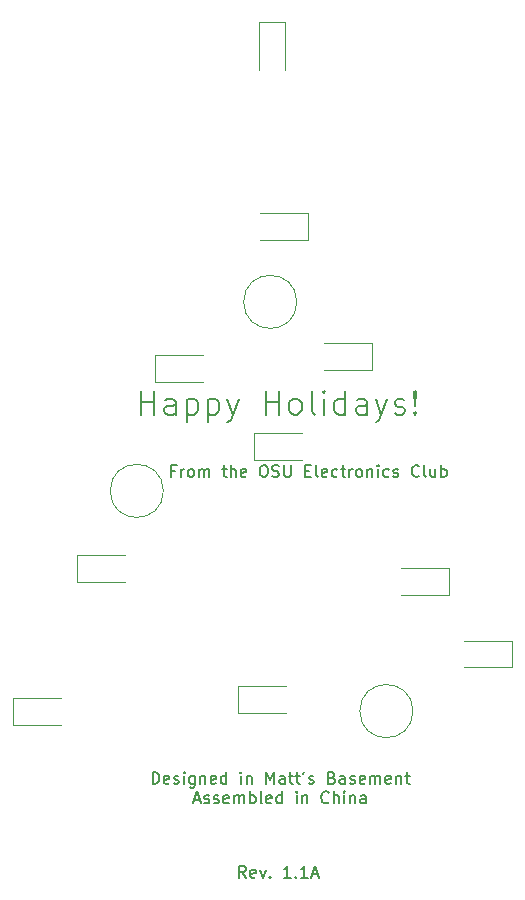
<source format=gbr>
%TF.GenerationSoftware,KiCad,Pcbnew,(5.1.10)-1*%
%TF.CreationDate,2021-11-23T17:51:28-05:00*%
%TF.ProjectId,Electronics Club,456c6563-7472-46f6-9e69-637320436c75,rev?*%
%TF.SameCoordinates,Original*%
%TF.FileFunction,Legend,Top*%
%TF.FilePolarity,Positive*%
%FSLAX46Y46*%
G04 Gerber Fmt 4.6, Leading zero omitted, Abs format (unit mm)*
G04 Created by KiCad (PCBNEW (5.1.10)-1) date 2021-11-23 17:51:28*
%MOMM*%
%LPD*%
G01*
G04 APERTURE LIST*
%ADD10C,0.150000*%
%ADD11C,0.200000*%
%ADD12C,0.120000*%
G04 APERTURE END LIST*
D10*
X179748204Y-128100080D02*
X179414871Y-127623890D01*
X179176776Y-128100080D02*
X179176776Y-127100080D01*
X179557728Y-127100080D01*
X179652966Y-127147700D01*
X179700585Y-127195319D01*
X179748204Y-127290557D01*
X179748204Y-127433414D01*
X179700585Y-127528652D01*
X179652966Y-127576271D01*
X179557728Y-127623890D01*
X179176776Y-127623890D01*
X180557728Y-128052461D02*
X180462490Y-128100080D01*
X180272014Y-128100080D01*
X180176776Y-128052461D01*
X180129157Y-127957223D01*
X180129157Y-127576271D01*
X180176776Y-127481033D01*
X180272014Y-127433414D01*
X180462490Y-127433414D01*
X180557728Y-127481033D01*
X180605347Y-127576271D01*
X180605347Y-127671509D01*
X180129157Y-127766747D01*
X180938680Y-127433414D02*
X181176776Y-128100080D01*
X181414871Y-127433414D01*
X181795823Y-128004842D02*
X181843442Y-128052461D01*
X181795823Y-128100080D01*
X181748204Y-128052461D01*
X181795823Y-128004842D01*
X181795823Y-128100080D01*
X183557728Y-128100080D02*
X182986300Y-128100080D01*
X183272014Y-128100080D02*
X183272014Y-127100080D01*
X183176776Y-127242938D01*
X183081538Y-127338176D01*
X182986300Y-127385795D01*
X183986300Y-128004842D02*
X184033919Y-128052461D01*
X183986300Y-128100080D01*
X183938680Y-128052461D01*
X183986300Y-128004842D01*
X183986300Y-128100080D01*
X184986300Y-128100080D02*
X184414871Y-128100080D01*
X184700585Y-128100080D02*
X184700585Y-127100080D01*
X184605347Y-127242938D01*
X184510109Y-127338176D01*
X184414871Y-127385795D01*
X185367252Y-127814366D02*
X185843442Y-127814366D01*
X185272014Y-128100080D02*
X185605347Y-127100080D01*
X185938680Y-128100080D01*
D11*
X170841852Y-88890361D02*
X170841852Y-86890361D01*
X170841852Y-87842742D02*
X171984709Y-87842742D01*
X171984709Y-88890361D02*
X171984709Y-86890361D01*
X173794233Y-88890361D02*
X173794233Y-87842742D01*
X173698995Y-87652266D01*
X173508519Y-87557028D01*
X173127566Y-87557028D01*
X172937090Y-87652266D01*
X173794233Y-88795123D02*
X173603757Y-88890361D01*
X173127566Y-88890361D01*
X172937090Y-88795123D01*
X172841852Y-88604647D01*
X172841852Y-88414171D01*
X172937090Y-88223695D01*
X173127566Y-88128457D01*
X173603757Y-88128457D01*
X173794233Y-88033219D01*
X174746614Y-87557028D02*
X174746614Y-89557028D01*
X174746614Y-87652266D02*
X174937090Y-87557028D01*
X175318042Y-87557028D01*
X175508519Y-87652266D01*
X175603757Y-87747504D01*
X175698995Y-87937980D01*
X175698995Y-88509409D01*
X175603757Y-88699885D01*
X175508519Y-88795123D01*
X175318042Y-88890361D01*
X174937090Y-88890361D01*
X174746614Y-88795123D01*
X176556138Y-87557028D02*
X176556138Y-89557028D01*
X176556138Y-87652266D02*
X176746614Y-87557028D01*
X177127566Y-87557028D01*
X177318042Y-87652266D01*
X177413280Y-87747504D01*
X177508519Y-87937980D01*
X177508519Y-88509409D01*
X177413280Y-88699885D01*
X177318042Y-88795123D01*
X177127566Y-88890361D01*
X176746614Y-88890361D01*
X176556138Y-88795123D01*
X178175185Y-87557028D02*
X178651376Y-88890361D01*
X179127566Y-87557028D02*
X178651376Y-88890361D01*
X178460900Y-89366552D01*
X178365661Y-89461790D01*
X178175185Y-89557028D01*
X181413280Y-88890361D02*
X181413280Y-86890361D01*
X181413280Y-87842742D02*
X182556138Y-87842742D01*
X182556138Y-88890361D02*
X182556138Y-86890361D01*
X183794233Y-88890361D02*
X183603757Y-88795123D01*
X183508519Y-88699885D01*
X183413280Y-88509409D01*
X183413280Y-87937980D01*
X183508519Y-87747504D01*
X183603757Y-87652266D01*
X183794233Y-87557028D01*
X184079947Y-87557028D01*
X184270423Y-87652266D01*
X184365661Y-87747504D01*
X184460900Y-87937980D01*
X184460900Y-88509409D01*
X184365661Y-88699885D01*
X184270423Y-88795123D01*
X184079947Y-88890361D01*
X183794233Y-88890361D01*
X185603757Y-88890361D02*
X185413280Y-88795123D01*
X185318042Y-88604647D01*
X185318042Y-86890361D01*
X186365661Y-88890361D02*
X186365661Y-87557028D01*
X186365661Y-86890361D02*
X186270423Y-86985600D01*
X186365661Y-87080838D01*
X186460900Y-86985600D01*
X186365661Y-86890361D01*
X186365661Y-87080838D01*
X188175185Y-88890361D02*
X188175185Y-86890361D01*
X188175185Y-88795123D02*
X187984709Y-88890361D01*
X187603757Y-88890361D01*
X187413280Y-88795123D01*
X187318042Y-88699885D01*
X187222804Y-88509409D01*
X187222804Y-87937980D01*
X187318042Y-87747504D01*
X187413280Y-87652266D01*
X187603757Y-87557028D01*
X187984709Y-87557028D01*
X188175185Y-87652266D01*
X189984709Y-88890361D02*
X189984709Y-87842742D01*
X189889471Y-87652266D01*
X189698995Y-87557028D01*
X189318042Y-87557028D01*
X189127566Y-87652266D01*
X189984709Y-88795123D02*
X189794233Y-88890361D01*
X189318042Y-88890361D01*
X189127566Y-88795123D01*
X189032328Y-88604647D01*
X189032328Y-88414171D01*
X189127566Y-88223695D01*
X189318042Y-88128457D01*
X189794233Y-88128457D01*
X189984709Y-88033219D01*
X190746614Y-87557028D02*
X191222804Y-88890361D01*
X191698995Y-87557028D02*
X191222804Y-88890361D01*
X191032328Y-89366552D01*
X190937090Y-89461790D01*
X190746614Y-89557028D01*
X192365661Y-88795123D02*
X192556138Y-88890361D01*
X192937090Y-88890361D01*
X193127566Y-88795123D01*
X193222804Y-88604647D01*
X193222804Y-88509409D01*
X193127566Y-88318933D01*
X192937090Y-88223695D01*
X192651376Y-88223695D01*
X192460900Y-88128457D01*
X192365661Y-87937980D01*
X192365661Y-87842742D01*
X192460900Y-87652266D01*
X192651376Y-87557028D01*
X192937090Y-87557028D01*
X193127566Y-87652266D01*
X194079947Y-88699885D02*
X194175185Y-88795123D01*
X194079947Y-88890361D01*
X193984709Y-88795123D01*
X194079947Y-88699885D01*
X194079947Y-88890361D01*
X194079947Y-88128457D02*
X193984709Y-86985600D01*
X194079947Y-86890361D01*
X194175185Y-86985600D01*
X194079947Y-88128457D01*
X194079947Y-86890361D01*
D10*
X171854576Y-120150380D02*
X171854576Y-119150380D01*
X172092671Y-119150380D01*
X172235528Y-119198000D01*
X172330766Y-119293238D01*
X172378385Y-119388476D01*
X172426004Y-119578952D01*
X172426004Y-119721809D01*
X172378385Y-119912285D01*
X172330766Y-120007523D01*
X172235528Y-120102761D01*
X172092671Y-120150380D01*
X171854576Y-120150380D01*
X173235528Y-120102761D02*
X173140290Y-120150380D01*
X172949814Y-120150380D01*
X172854576Y-120102761D01*
X172806957Y-120007523D01*
X172806957Y-119626571D01*
X172854576Y-119531333D01*
X172949814Y-119483714D01*
X173140290Y-119483714D01*
X173235528Y-119531333D01*
X173283147Y-119626571D01*
X173283147Y-119721809D01*
X172806957Y-119817047D01*
X173664100Y-120102761D02*
X173759338Y-120150380D01*
X173949814Y-120150380D01*
X174045052Y-120102761D01*
X174092671Y-120007523D01*
X174092671Y-119959904D01*
X174045052Y-119864666D01*
X173949814Y-119817047D01*
X173806957Y-119817047D01*
X173711719Y-119769428D01*
X173664100Y-119674190D01*
X173664100Y-119626571D01*
X173711719Y-119531333D01*
X173806957Y-119483714D01*
X173949814Y-119483714D01*
X174045052Y-119531333D01*
X174521242Y-120150380D02*
X174521242Y-119483714D01*
X174521242Y-119150380D02*
X174473623Y-119198000D01*
X174521242Y-119245619D01*
X174568861Y-119198000D01*
X174521242Y-119150380D01*
X174521242Y-119245619D01*
X175426004Y-119483714D02*
X175426004Y-120293238D01*
X175378385Y-120388476D01*
X175330766Y-120436095D01*
X175235528Y-120483714D01*
X175092671Y-120483714D01*
X174997433Y-120436095D01*
X175426004Y-120102761D02*
X175330766Y-120150380D01*
X175140290Y-120150380D01*
X175045052Y-120102761D01*
X174997433Y-120055142D01*
X174949814Y-119959904D01*
X174949814Y-119674190D01*
X174997433Y-119578952D01*
X175045052Y-119531333D01*
X175140290Y-119483714D01*
X175330766Y-119483714D01*
X175426004Y-119531333D01*
X175902195Y-119483714D02*
X175902195Y-120150380D01*
X175902195Y-119578952D02*
X175949814Y-119531333D01*
X176045052Y-119483714D01*
X176187909Y-119483714D01*
X176283147Y-119531333D01*
X176330766Y-119626571D01*
X176330766Y-120150380D01*
X177187909Y-120102761D02*
X177092671Y-120150380D01*
X176902195Y-120150380D01*
X176806957Y-120102761D01*
X176759338Y-120007523D01*
X176759338Y-119626571D01*
X176806957Y-119531333D01*
X176902195Y-119483714D01*
X177092671Y-119483714D01*
X177187909Y-119531333D01*
X177235528Y-119626571D01*
X177235528Y-119721809D01*
X176759338Y-119817047D01*
X178092671Y-120150380D02*
X178092671Y-119150380D01*
X178092671Y-120102761D02*
X177997433Y-120150380D01*
X177806957Y-120150380D01*
X177711719Y-120102761D01*
X177664100Y-120055142D01*
X177616480Y-119959904D01*
X177616480Y-119674190D01*
X177664100Y-119578952D01*
X177711719Y-119531333D01*
X177806957Y-119483714D01*
X177997433Y-119483714D01*
X178092671Y-119531333D01*
X179330766Y-120150380D02*
X179330766Y-119483714D01*
X179330766Y-119150380D02*
X179283147Y-119198000D01*
X179330766Y-119245619D01*
X179378385Y-119198000D01*
X179330766Y-119150380D01*
X179330766Y-119245619D01*
X179806957Y-119483714D02*
X179806957Y-120150380D01*
X179806957Y-119578952D02*
X179854576Y-119531333D01*
X179949814Y-119483714D01*
X180092671Y-119483714D01*
X180187909Y-119531333D01*
X180235528Y-119626571D01*
X180235528Y-120150380D01*
X181473623Y-120150380D02*
X181473623Y-119150380D01*
X181806957Y-119864666D01*
X182140290Y-119150380D01*
X182140290Y-120150380D01*
X183045052Y-120150380D02*
X183045052Y-119626571D01*
X182997433Y-119531333D01*
X182902195Y-119483714D01*
X182711719Y-119483714D01*
X182616480Y-119531333D01*
X183045052Y-120102761D02*
X182949814Y-120150380D01*
X182711719Y-120150380D01*
X182616480Y-120102761D01*
X182568861Y-120007523D01*
X182568861Y-119912285D01*
X182616480Y-119817047D01*
X182711719Y-119769428D01*
X182949814Y-119769428D01*
X183045052Y-119721809D01*
X183378385Y-119483714D02*
X183759338Y-119483714D01*
X183521242Y-119150380D02*
X183521242Y-120007523D01*
X183568861Y-120102761D01*
X183664100Y-120150380D01*
X183759338Y-120150380D01*
X183949814Y-119483714D02*
X184330766Y-119483714D01*
X184092671Y-119150380D02*
X184092671Y-120007523D01*
X184140290Y-120102761D01*
X184235528Y-120150380D01*
X184330766Y-120150380D01*
X184711719Y-119150380D02*
X184616480Y-119340857D01*
X185092671Y-120102761D02*
X185187909Y-120150380D01*
X185378385Y-120150380D01*
X185473623Y-120102761D01*
X185521242Y-120007523D01*
X185521242Y-119959904D01*
X185473623Y-119864666D01*
X185378385Y-119817047D01*
X185235528Y-119817047D01*
X185140290Y-119769428D01*
X185092671Y-119674190D01*
X185092671Y-119626571D01*
X185140290Y-119531333D01*
X185235528Y-119483714D01*
X185378385Y-119483714D01*
X185473623Y-119531333D01*
X187045052Y-119626571D02*
X187187909Y-119674190D01*
X187235528Y-119721809D01*
X187283147Y-119817047D01*
X187283147Y-119959904D01*
X187235528Y-120055142D01*
X187187909Y-120102761D01*
X187092671Y-120150380D01*
X186711719Y-120150380D01*
X186711719Y-119150380D01*
X187045052Y-119150380D01*
X187140290Y-119198000D01*
X187187909Y-119245619D01*
X187235528Y-119340857D01*
X187235528Y-119436095D01*
X187187909Y-119531333D01*
X187140290Y-119578952D01*
X187045052Y-119626571D01*
X186711719Y-119626571D01*
X188140290Y-120150380D02*
X188140290Y-119626571D01*
X188092671Y-119531333D01*
X187997433Y-119483714D01*
X187806957Y-119483714D01*
X187711719Y-119531333D01*
X188140290Y-120102761D02*
X188045052Y-120150380D01*
X187806957Y-120150380D01*
X187711719Y-120102761D01*
X187664100Y-120007523D01*
X187664100Y-119912285D01*
X187711719Y-119817047D01*
X187806957Y-119769428D01*
X188045052Y-119769428D01*
X188140290Y-119721809D01*
X188568861Y-120102761D02*
X188664100Y-120150380D01*
X188854576Y-120150380D01*
X188949814Y-120102761D01*
X188997433Y-120007523D01*
X188997433Y-119959904D01*
X188949814Y-119864666D01*
X188854576Y-119817047D01*
X188711719Y-119817047D01*
X188616480Y-119769428D01*
X188568861Y-119674190D01*
X188568861Y-119626571D01*
X188616480Y-119531333D01*
X188711719Y-119483714D01*
X188854576Y-119483714D01*
X188949814Y-119531333D01*
X189806957Y-120102761D02*
X189711719Y-120150380D01*
X189521242Y-120150380D01*
X189426004Y-120102761D01*
X189378385Y-120007523D01*
X189378385Y-119626571D01*
X189426004Y-119531333D01*
X189521242Y-119483714D01*
X189711719Y-119483714D01*
X189806957Y-119531333D01*
X189854576Y-119626571D01*
X189854576Y-119721809D01*
X189378385Y-119817047D01*
X190283147Y-120150380D02*
X190283147Y-119483714D01*
X190283147Y-119578952D02*
X190330766Y-119531333D01*
X190426004Y-119483714D01*
X190568861Y-119483714D01*
X190664100Y-119531333D01*
X190711719Y-119626571D01*
X190711719Y-120150380D01*
X190711719Y-119626571D02*
X190759338Y-119531333D01*
X190854576Y-119483714D01*
X190997433Y-119483714D01*
X191092671Y-119531333D01*
X191140290Y-119626571D01*
X191140290Y-120150380D01*
X191997433Y-120102761D02*
X191902195Y-120150380D01*
X191711719Y-120150380D01*
X191616480Y-120102761D01*
X191568861Y-120007523D01*
X191568861Y-119626571D01*
X191616480Y-119531333D01*
X191711719Y-119483714D01*
X191902195Y-119483714D01*
X191997433Y-119531333D01*
X192045052Y-119626571D01*
X192045052Y-119721809D01*
X191568861Y-119817047D01*
X192473623Y-119483714D02*
X192473623Y-120150380D01*
X192473623Y-119578952D02*
X192521242Y-119531333D01*
X192616480Y-119483714D01*
X192759338Y-119483714D01*
X192854576Y-119531333D01*
X192902195Y-119626571D01*
X192902195Y-120150380D01*
X193235528Y-119483714D02*
X193616480Y-119483714D01*
X193378385Y-119150380D02*
X193378385Y-120007523D01*
X193426004Y-120102761D01*
X193521242Y-120150380D01*
X193616480Y-120150380D01*
X175378385Y-121514666D02*
X175854576Y-121514666D01*
X175283147Y-121800380D02*
X175616480Y-120800380D01*
X175949814Y-121800380D01*
X176235528Y-121752761D02*
X176330766Y-121800380D01*
X176521242Y-121800380D01*
X176616480Y-121752761D01*
X176664100Y-121657523D01*
X176664100Y-121609904D01*
X176616480Y-121514666D01*
X176521242Y-121467047D01*
X176378385Y-121467047D01*
X176283147Y-121419428D01*
X176235528Y-121324190D01*
X176235528Y-121276571D01*
X176283147Y-121181333D01*
X176378385Y-121133714D01*
X176521242Y-121133714D01*
X176616480Y-121181333D01*
X177045052Y-121752761D02*
X177140290Y-121800380D01*
X177330766Y-121800380D01*
X177426004Y-121752761D01*
X177473623Y-121657523D01*
X177473623Y-121609904D01*
X177426004Y-121514666D01*
X177330766Y-121467047D01*
X177187909Y-121467047D01*
X177092671Y-121419428D01*
X177045052Y-121324190D01*
X177045052Y-121276571D01*
X177092671Y-121181333D01*
X177187909Y-121133714D01*
X177330766Y-121133714D01*
X177426004Y-121181333D01*
X178283147Y-121752761D02*
X178187909Y-121800380D01*
X177997433Y-121800380D01*
X177902195Y-121752761D01*
X177854576Y-121657523D01*
X177854576Y-121276571D01*
X177902195Y-121181333D01*
X177997433Y-121133714D01*
X178187909Y-121133714D01*
X178283147Y-121181333D01*
X178330766Y-121276571D01*
X178330766Y-121371809D01*
X177854576Y-121467047D01*
X178759338Y-121800380D02*
X178759338Y-121133714D01*
X178759338Y-121228952D02*
X178806957Y-121181333D01*
X178902195Y-121133714D01*
X179045052Y-121133714D01*
X179140290Y-121181333D01*
X179187909Y-121276571D01*
X179187909Y-121800380D01*
X179187909Y-121276571D02*
X179235528Y-121181333D01*
X179330766Y-121133714D01*
X179473623Y-121133714D01*
X179568861Y-121181333D01*
X179616480Y-121276571D01*
X179616480Y-121800380D01*
X180092671Y-121800380D02*
X180092671Y-120800380D01*
X180092671Y-121181333D02*
X180187909Y-121133714D01*
X180378385Y-121133714D01*
X180473623Y-121181333D01*
X180521242Y-121228952D01*
X180568861Y-121324190D01*
X180568861Y-121609904D01*
X180521242Y-121705142D01*
X180473623Y-121752761D01*
X180378385Y-121800380D01*
X180187909Y-121800380D01*
X180092671Y-121752761D01*
X181140290Y-121800380D02*
X181045052Y-121752761D01*
X180997433Y-121657523D01*
X180997433Y-120800380D01*
X181902195Y-121752761D02*
X181806957Y-121800380D01*
X181616480Y-121800380D01*
X181521242Y-121752761D01*
X181473623Y-121657523D01*
X181473623Y-121276571D01*
X181521242Y-121181333D01*
X181616480Y-121133714D01*
X181806957Y-121133714D01*
X181902195Y-121181333D01*
X181949814Y-121276571D01*
X181949814Y-121371809D01*
X181473623Y-121467047D01*
X182806957Y-121800380D02*
X182806957Y-120800380D01*
X182806957Y-121752761D02*
X182711719Y-121800380D01*
X182521242Y-121800380D01*
X182426004Y-121752761D01*
X182378385Y-121705142D01*
X182330766Y-121609904D01*
X182330766Y-121324190D01*
X182378385Y-121228952D01*
X182426004Y-121181333D01*
X182521242Y-121133714D01*
X182711719Y-121133714D01*
X182806957Y-121181333D01*
X184045052Y-121800380D02*
X184045052Y-121133714D01*
X184045052Y-120800380D02*
X183997433Y-120848000D01*
X184045052Y-120895619D01*
X184092671Y-120848000D01*
X184045052Y-120800380D01*
X184045052Y-120895619D01*
X184521242Y-121133714D02*
X184521242Y-121800380D01*
X184521242Y-121228952D02*
X184568861Y-121181333D01*
X184664100Y-121133714D01*
X184806957Y-121133714D01*
X184902195Y-121181333D01*
X184949814Y-121276571D01*
X184949814Y-121800380D01*
X186759338Y-121705142D02*
X186711719Y-121752761D01*
X186568861Y-121800380D01*
X186473623Y-121800380D01*
X186330766Y-121752761D01*
X186235528Y-121657523D01*
X186187909Y-121562285D01*
X186140290Y-121371809D01*
X186140290Y-121228952D01*
X186187909Y-121038476D01*
X186235528Y-120943238D01*
X186330766Y-120848000D01*
X186473623Y-120800380D01*
X186568861Y-120800380D01*
X186711719Y-120848000D01*
X186759338Y-120895619D01*
X187187909Y-121800380D02*
X187187909Y-120800380D01*
X187616480Y-121800380D02*
X187616480Y-121276571D01*
X187568861Y-121181333D01*
X187473623Y-121133714D01*
X187330766Y-121133714D01*
X187235528Y-121181333D01*
X187187909Y-121228952D01*
X188092671Y-121800380D02*
X188092671Y-121133714D01*
X188092671Y-120800380D02*
X188045052Y-120848000D01*
X188092671Y-120895619D01*
X188140290Y-120848000D01*
X188092671Y-120800380D01*
X188092671Y-120895619D01*
X188568861Y-121133714D02*
X188568861Y-121800380D01*
X188568861Y-121228952D02*
X188616480Y-121181333D01*
X188711719Y-121133714D01*
X188854576Y-121133714D01*
X188949814Y-121181333D01*
X188997433Y-121276571D01*
X188997433Y-121800380D01*
X189902195Y-121800380D02*
X189902195Y-121276571D01*
X189854576Y-121181333D01*
X189759338Y-121133714D01*
X189568861Y-121133714D01*
X189473623Y-121181333D01*
X189902195Y-121752761D02*
X189806957Y-121800380D01*
X189568861Y-121800380D01*
X189473623Y-121752761D01*
X189426004Y-121657523D01*
X189426004Y-121562285D01*
X189473623Y-121467047D01*
X189568861Y-121419428D01*
X189806957Y-121419428D01*
X189902195Y-121371809D01*
X173742176Y-93654571D02*
X173408842Y-93654571D01*
X173408842Y-94178380D02*
X173408842Y-93178380D01*
X173885033Y-93178380D01*
X174265985Y-94178380D02*
X174265985Y-93511714D01*
X174265985Y-93702190D02*
X174313604Y-93606952D01*
X174361223Y-93559333D01*
X174456461Y-93511714D01*
X174551700Y-93511714D01*
X175027890Y-94178380D02*
X174932652Y-94130761D01*
X174885033Y-94083142D01*
X174837414Y-93987904D01*
X174837414Y-93702190D01*
X174885033Y-93606952D01*
X174932652Y-93559333D01*
X175027890Y-93511714D01*
X175170747Y-93511714D01*
X175265985Y-93559333D01*
X175313604Y-93606952D01*
X175361223Y-93702190D01*
X175361223Y-93987904D01*
X175313604Y-94083142D01*
X175265985Y-94130761D01*
X175170747Y-94178380D01*
X175027890Y-94178380D01*
X175789795Y-94178380D02*
X175789795Y-93511714D01*
X175789795Y-93606952D02*
X175837414Y-93559333D01*
X175932652Y-93511714D01*
X176075509Y-93511714D01*
X176170747Y-93559333D01*
X176218366Y-93654571D01*
X176218366Y-94178380D01*
X176218366Y-93654571D02*
X176265985Y-93559333D01*
X176361223Y-93511714D01*
X176504080Y-93511714D01*
X176599319Y-93559333D01*
X176646938Y-93654571D01*
X176646938Y-94178380D01*
X177742176Y-93511714D02*
X178123128Y-93511714D01*
X177885033Y-93178380D02*
X177885033Y-94035523D01*
X177932652Y-94130761D01*
X178027890Y-94178380D01*
X178123128Y-94178380D01*
X178456461Y-94178380D02*
X178456461Y-93178380D01*
X178885033Y-94178380D02*
X178885033Y-93654571D01*
X178837414Y-93559333D01*
X178742176Y-93511714D01*
X178599319Y-93511714D01*
X178504080Y-93559333D01*
X178456461Y-93606952D01*
X179742176Y-94130761D02*
X179646938Y-94178380D01*
X179456461Y-94178380D01*
X179361223Y-94130761D01*
X179313604Y-94035523D01*
X179313604Y-93654571D01*
X179361223Y-93559333D01*
X179456461Y-93511714D01*
X179646938Y-93511714D01*
X179742176Y-93559333D01*
X179789795Y-93654571D01*
X179789795Y-93749809D01*
X179313604Y-93845047D01*
X181170747Y-93178380D02*
X181361223Y-93178380D01*
X181456461Y-93226000D01*
X181551700Y-93321238D01*
X181599319Y-93511714D01*
X181599319Y-93845047D01*
X181551700Y-94035523D01*
X181456461Y-94130761D01*
X181361223Y-94178380D01*
X181170747Y-94178380D01*
X181075509Y-94130761D01*
X180980271Y-94035523D01*
X180932652Y-93845047D01*
X180932652Y-93511714D01*
X180980271Y-93321238D01*
X181075509Y-93226000D01*
X181170747Y-93178380D01*
X181980271Y-94130761D02*
X182123128Y-94178380D01*
X182361223Y-94178380D01*
X182456461Y-94130761D01*
X182504080Y-94083142D01*
X182551700Y-93987904D01*
X182551700Y-93892666D01*
X182504080Y-93797428D01*
X182456461Y-93749809D01*
X182361223Y-93702190D01*
X182170747Y-93654571D01*
X182075509Y-93606952D01*
X182027890Y-93559333D01*
X181980271Y-93464095D01*
X181980271Y-93368857D01*
X182027890Y-93273619D01*
X182075509Y-93226000D01*
X182170747Y-93178380D01*
X182408842Y-93178380D01*
X182551700Y-93226000D01*
X182980271Y-93178380D02*
X182980271Y-93987904D01*
X183027890Y-94083142D01*
X183075509Y-94130761D01*
X183170747Y-94178380D01*
X183361223Y-94178380D01*
X183456461Y-94130761D01*
X183504080Y-94083142D01*
X183551700Y-93987904D01*
X183551700Y-93178380D01*
X184789795Y-93654571D02*
X185123128Y-93654571D01*
X185265985Y-94178380D02*
X184789795Y-94178380D01*
X184789795Y-93178380D01*
X185265985Y-93178380D01*
X185837414Y-94178380D02*
X185742176Y-94130761D01*
X185694557Y-94035523D01*
X185694557Y-93178380D01*
X186599319Y-94130761D02*
X186504080Y-94178380D01*
X186313604Y-94178380D01*
X186218366Y-94130761D01*
X186170747Y-94035523D01*
X186170747Y-93654571D01*
X186218366Y-93559333D01*
X186313604Y-93511714D01*
X186504080Y-93511714D01*
X186599319Y-93559333D01*
X186646938Y-93654571D01*
X186646938Y-93749809D01*
X186170747Y-93845047D01*
X187504080Y-94130761D02*
X187408842Y-94178380D01*
X187218366Y-94178380D01*
X187123128Y-94130761D01*
X187075509Y-94083142D01*
X187027890Y-93987904D01*
X187027890Y-93702190D01*
X187075509Y-93606952D01*
X187123128Y-93559333D01*
X187218366Y-93511714D01*
X187408842Y-93511714D01*
X187504080Y-93559333D01*
X187789795Y-93511714D02*
X188170747Y-93511714D01*
X187932652Y-93178380D02*
X187932652Y-94035523D01*
X187980271Y-94130761D01*
X188075509Y-94178380D01*
X188170747Y-94178380D01*
X188504080Y-94178380D02*
X188504080Y-93511714D01*
X188504080Y-93702190D02*
X188551700Y-93606952D01*
X188599319Y-93559333D01*
X188694557Y-93511714D01*
X188789795Y-93511714D01*
X189265985Y-94178380D02*
X189170747Y-94130761D01*
X189123128Y-94083142D01*
X189075509Y-93987904D01*
X189075509Y-93702190D01*
X189123128Y-93606952D01*
X189170747Y-93559333D01*
X189265985Y-93511714D01*
X189408842Y-93511714D01*
X189504080Y-93559333D01*
X189551700Y-93606952D01*
X189599319Y-93702190D01*
X189599319Y-93987904D01*
X189551700Y-94083142D01*
X189504080Y-94130761D01*
X189408842Y-94178380D01*
X189265985Y-94178380D01*
X190027890Y-93511714D02*
X190027890Y-94178380D01*
X190027890Y-93606952D02*
X190075509Y-93559333D01*
X190170747Y-93511714D01*
X190313604Y-93511714D01*
X190408842Y-93559333D01*
X190456461Y-93654571D01*
X190456461Y-94178380D01*
X190932652Y-94178380D02*
X190932652Y-93511714D01*
X190932652Y-93178380D02*
X190885033Y-93226000D01*
X190932652Y-93273619D01*
X190980271Y-93226000D01*
X190932652Y-93178380D01*
X190932652Y-93273619D01*
X191837414Y-94130761D02*
X191742176Y-94178380D01*
X191551700Y-94178380D01*
X191456461Y-94130761D01*
X191408842Y-94083142D01*
X191361223Y-93987904D01*
X191361223Y-93702190D01*
X191408842Y-93606952D01*
X191456461Y-93559333D01*
X191551700Y-93511714D01*
X191742176Y-93511714D01*
X191837414Y-93559333D01*
X192218366Y-94130761D02*
X192313604Y-94178380D01*
X192504080Y-94178380D01*
X192599319Y-94130761D01*
X192646938Y-94035523D01*
X192646938Y-93987904D01*
X192599319Y-93892666D01*
X192504080Y-93845047D01*
X192361223Y-93845047D01*
X192265985Y-93797428D01*
X192218366Y-93702190D01*
X192218366Y-93654571D01*
X192265985Y-93559333D01*
X192361223Y-93511714D01*
X192504080Y-93511714D01*
X192599319Y-93559333D01*
X194408842Y-94083142D02*
X194361223Y-94130761D01*
X194218366Y-94178380D01*
X194123128Y-94178380D01*
X193980271Y-94130761D01*
X193885033Y-94035523D01*
X193837414Y-93940285D01*
X193789795Y-93749809D01*
X193789795Y-93606952D01*
X193837414Y-93416476D01*
X193885033Y-93321238D01*
X193980271Y-93226000D01*
X194123128Y-93178380D01*
X194218366Y-93178380D01*
X194361223Y-93226000D01*
X194408842Y-93273619D01*
X194980271Y-94178380D02*
X194885033Y-94130761D01*
X194837414Y-94035523D01*
X194837414Y-93178380D01*
X195789795Y-93511714D02*
X195789795Y-94178380D01*
X195361223Y-93511714D02*
X195361223Y-94035523D01*
X195408842Y-94130761D01*
X195504080Y-94178380D01*
X195646938Y-94178380D01*
X195742176Y-94130761D01*
X195789795Y-94083142D01*
X196265985Y-94178380D02*
X196265985Y-93178380D01*
X196265985Y-93559333D02*
X196361223Y-93511714D01*
X196551700Y-93511714D01*
X196646938Y-93559333D01*
X196694557Y-93606952D01*
X196742176Y-93702190D01*
X196742176Y-93987904D01*
X196694557Y-94083142D01*
X196646938Y-94130761D01*
X196551700Y-94178380D01*
X196361223Y-94178380D01*
X196265985Y-94130761D01*
D12*
%TO.C,D1*%
X183100600Y-59700900D02*
X183100600Y-55640900D01*
X183100600Y-55640900D02*
X180830600Y-55640900D01*
X180830600Y-55640900D02*
X180830600Y-59700900D01*
%TO.C,D2*%
X160052500Y-115135000D02*
X164112500Y-115135000D01*
X160052500Y-112865000D02*
X160052500Y-115135000D01*
X164112500Y-112865000D02*
X160052500Y-112865000D01*
%TO.C,D3*%
X176112500Y-83865000D02*
X172052500Y-83865000D01*
X172052500Y-83865000D02*
X172052500Y-86135000D01*
X172052500Y-86135000D02*
X176112500Y-86135000D01*
%TO.C,D4*%
X196972500Y-101865000D02*
X192912500Y-101865000D01*
X196972500Y-104135000D02*
X196972500Y-101865000D01*
X192912500Y-104135000D02*
X196972500Y-104135000D01*
%TO.C,D5*%
X184500100Y-90442600D02*
X180440100Y-90442600D01*
X180440100Y-90442600D02*
X180440100Y-92712600D01*
X180440100Y-92712600D02*
X184500100Y-92712600D01*
%TO.C,D6*%
X202307200Y-108034200D02*
X198247200Y-108034200D01*
X202307200Y-110304200D02*
X202307200Y-108034200D01*
X198247200Y-110304200D02*
X202307200Y-110304200D01*
%TO.C,D7*%
X169479700Y-100769800D02*
X165419700Y-100769800D01*
X165419700Y-100769800D02*
X165419700Y-103039800D01*
X165419700Y-103039800D02*
X169479700Y-103039800D01*
%TO.C,D8*%
X184972500Y-71865000D02*
X180912500Y-71865000D01*
X184972500Y-74135000D02*
X184972500Y-71865000D01*
X180912500Y-74135000D02*
X184972500Y-74135000D01*
%TO.C,D9*%
X186400000Y-85135000D02*
X190460000Y-85135000D01*
X190460000Y-85135000D02*
X190460000Y-82865000D01*
X190460000Y-82865000D02*
X186400000Y-82865000D01*
%TO.C,D10*%
X179052500Y-114135000D02*
X183112500Y-114135000D01*
X179052500Y-111865000D02*
X179052500Y-114135000D01*
X183112500Y-111865000D02*
X179052500Y-111865000D01*
%TO.C,TP1*%
X184063200Y-79349600D02*
G75*
G03*
X184063200Y-79349600I-2250000J0D01*
G01*
%TO.C,TP2*%
X172760200Y-95351600D02*
G75*
G03*
X172760200Y-95351600I-2250000J0D01*
G01*
%TO.C,TP3*%
X193893000Y-113995200D02*
G75*
G03*
X193893000Y-113995200I-2250000J0D01*
G01*
%TD*%
M02*

</source>
